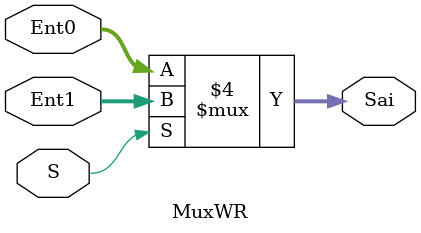
<source format=v>
module MuxWR(input [2:0]Ent1, Ent0, input S, 
					  output reg[2:0] Sai);	
	always @*begin
		if(S == 0) begin
			Sai = Ent0;
		end	
		else	
			Sai = Ent1; 
	end
endmodule
</source>
